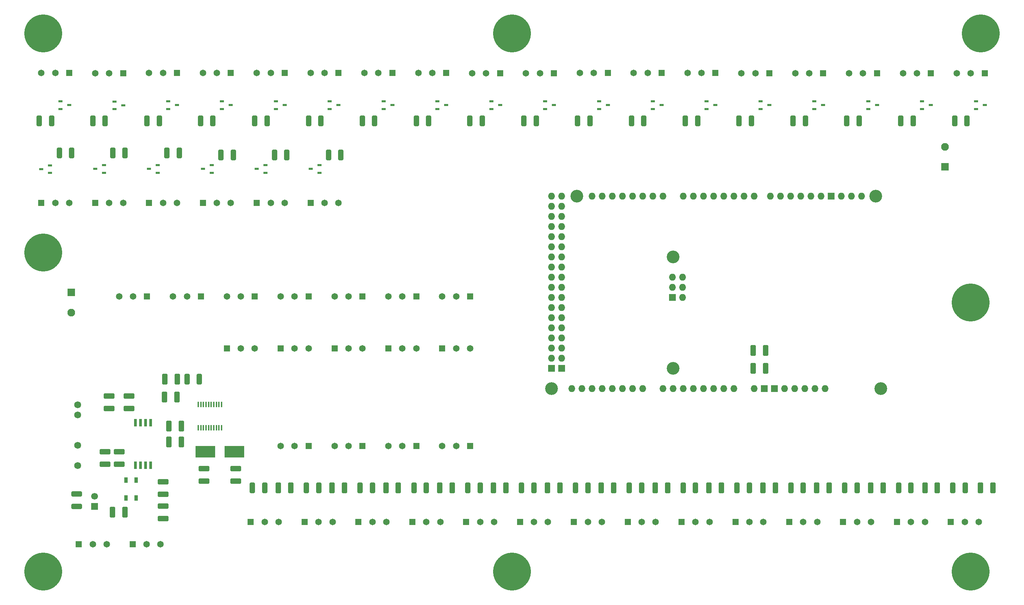
<source format=gbr>
%TF.GenerationSoftware,KiCad,Pcbnew,9.0.1*%
%TF.CreationDate,2025-04-13T16:26:26-07:00*%
%TF.ProjectId,HMI,484d492e-6b69-4636-9164-5f7063625858,rev?*%
%TF.SameCoordinates,Original*%
%TF.FileFunction,Soldermask,Top*%
%TF.FilePolarity,Negative*%
%FSLAX46Y46*%
G04 Gerber Fmt 4.6, Leading zero omitted, Abs format (unit mm)*
G04 Created by KiCad (PCBNEW 9.0.1) date 2025-04-13 16:26:26*
%MOMM*%
%LPD*%
G01*
G04 APERTURE LIST*
G04 Aperture macros list*
%AMRoundRect*
0 Rectangle with rounded corners*
0 $1 Rounding radius*
0 $2 $3 $4 $5 $6 $7 $8 $9 X,Y pos of 4 corners*
0 Add a 4 corners polygon primitive as box body*
4,1,4,$2,$3,$4,$5,$6,$7,$8,$9,$2,$3,0*
0 Add four circle primitives for the rounded corners*
1,1,$1+$1,$2,$3*
1,1,$1+$1,$4,$5*
1,1,$1+$1,$6,$7*
1,1,$1+$1,$8,$9*
0 Add four rect primitives between the rounded corners*
20,1,$1+$1,$2,$3,$4,$5,0*
20,1,$1+$1,$4,$5,$6,$7,0*
20,1,$1+$1,$6,$7,$8,$9,0*
20,1,$1+$1,$8,$9,$2,$3,0*%
G04 Aperture macros list end*
%ADD10R,0.650000X1.850000*%
%ADD11C,1.650000*%
%ADD12R,1.650000X1.650000*%
%ADD13R,1.050000X0.600000*%
%ADD14R,4.900000X3.000000*%
%ADD15RoundRect,0.250000X1.075000X-0.400000X1.075000X0.400000X-1.075000X0.400000X-1.075000X-0.400000X0*%
%ADD16RoundRect,0.250000X0.400000X1.075000X-0.400000X1.075000X-0.400000X-1.075000X0.400000X-1.075000X0*%
%ADD17RoundRect,0.250000X-0.400000X-1.075000X0.400000X-1.075000X0.400000X1.075000X-0.400000X1.075000X0*%
%ADD18C,1.725000*%
%ADD19R,1.700000X1.700000*%
%ADD20C,1.700000*%
%ADD21R,1.950000X1.950000*%
%ADD22C,1.950000*%
%ADD23R,0.450000X1.475000*%
%ADD24C,9.500000*%
%ADD25R,0.900000X1.350000*%
%ADD26RoundRect,0.250000X1.100000X-0.412500X1.100000X0.412500X-1.100000X0.412500X-1.100000X-0.412500X0*%
%ADD27RoundRect,0.250000X0.412500X1.100000X-0.412500X1.100000X-0.412500X-1.100000X0.412500X-1.100000X0*%
%ADD28RoundRect,0.250000X-1.100000X0.412500X-1.100000X-0.412500X1.100000X-0.412500X1.100000X0.412500X0*%
%ADD29RoundRect,0.250000X-0.412500X-1.100000X0.412500X-1.100000X0.412500X1.100000X-0.412500X1.100000X0*%
%ADD30C,3.200000*%
%ADD31O,1.727200X1.727200*%
%ADD32R,1.727200X1.727200*%
G04 APERTURE END LIST*
D10*
%TO.C,IC1*%
X59405000Y-140825000D03*
X58135000Y-140825000D03*
X56865000Y-140825000D03*
X55595000Y-140825000D03*
X55595000Y-130175000D03*
X56865000Y-130175000D03*
X58135000Y-130175000D03*
X59405000Y-130175000D03*
%TD*%
D11*
%TO.C,J7*%
X207500000Y-42500000D03*
X211000000Y-42500000D03*
D12*
X214500000Y-42500000D03*
%TD*%
D11*
%TO.C,J17*%
X72500000Y-42450000D03*
X76000000Y-42450000D03*
D12*
X79500000Y-42450000D03*
%TD*%
D11*
%TO.C,J9*%
X180500000Y-42450000D03*
X184000000Y-42450000D03*
D12*
X187500000Y-42450000D03*
%TD*%
D11*
%TO.C,J16*%
X86000000Y-42450000D03*
X89500000Y-42450000D03*
D12*
X93000000Y-42450000D03*
%TD*%
D11*
%TO.C,J21*%
X39000000Y-75000000D03*
X35500000Y-75000000D03*
D12*
X32000000Y-75000000D03*
%TD*%
D11*
%TO.C,J6*%
X221000000Y-42500000D03*
X224500000Y-42500000D03*
D12*
X228000000Y-42500000D03*
%TD*%
D11*
%TO.C,J25*%
X93000000Y-75000000D03*
X89500000Y-75000000D03*
D12*
X86000000Y-75000000D03*
%TD*%
D13*
%TO.C,Q2*%
X255000000Y-50500000D03*
X252800000Y-51450000D03*
X252800000Y-49550000D03*
%TD*%
D11*
%TO.C,J3*%
X261500000Y-42500000D03*
X265000000Y-42500000D03*
D12*
X268500000Y-42500000D03*
%TD*%
D13*
%TO.C,Q17*%
X52500000Y-50550000D03*
X50300000Y-51500000D03*
X50300000Y-49600000D03*
%TD*%
%TO.C,Q18*%
X39000000Y-50500000D03*
X36800000Y-51450000D03*
X36800000Y-49550000D03*
%TD*%
D11*
%TO.C,J5*%
X234500000Y-42500000D03*
X238000000Y-42500000D03*
D12*
X241500000Y-42500000D03*
%TD*%
D11*
%TO.C,J13*%
X126500000Y-42450000D03*
X130000000Y-42450000D03*
D12*
X133500000Y-42450000D03*
%TD*%
D13*
%TO.C,Q1*%
X268500000Y-50500000D03*
X266300000Y-51450000D03*
X266300000Y-49550000D03*
%TD*%
D11*
%TO.C,J24*%
X79500000Y-75050000D03*
X76000000Y-75050000D03*
D12*
X72500000Y-75050000D03*
%TD*%
D11*
%TO.C,J14*%
X113000000Y-42450000D03*
X116500000Y-42450000D03*
D12*
X120000000Y-42450000D03*
%TD*%
D13*
%TO.C,Q24*%
X99500000Y-66500000D03*
X101700000Y-65550000D03*
X101700000Y-67450000D03*
%TD*%
%TO.C,Q22*%
X72500000Y-66500000D03*
X74700000Y-65550000D03*
X74700000Y-67450000D03*
%TD*%
%TO.C,Q23*%
X86000000Y-66500000D03*
X88200000Y-65550000D03*
X88200000Y-67450000D03*
%TD*%
%TO.C,Q13*%
X106500000Y-50500000D03*
X104300000Y-51450000D03*
X104300000Y-49550000D03*
%TD*%
%TO.C,Q14*%
X93000000Y-50500000D03*
X90800000Y-51450000D03*
X90800000Y-49550000D03*
%TD*%
%TO.C,Q7*%
X187500000Y-50500000D03*
X185300000Y-51450000D03*
X185300000Y-49550000D03*
%TD*%
D11*
%TO.C,J10*%
X167000000Y-42450000D03*
X170500000Y-42450000D03*
D12*
X174000000Y-42450000D03*
%TD*%
D11*
%TO.C,J20*%
X32000000Y-42450000D03*
X35500000Y-42450000D03*
D12*
X39000000Y-42450000D03*
%TD*%
D11*
%TO.C,J18*%
X59000000Y-42450000D03*
X62500000Y-42450000D03*
D12*
X66000000Y-42450000D03*
%TD*%
D13*
%TO.C,Q19*%
X32000000Y-66550000D03*
X34200000Y-65600000D03*
X34200000Y-67500000D03*
%TD*%
%TO.C,Q20*%
X45500000Y-66500000D03*
X47700000Y-65550000D03*
X47700000Y-67450000D03*
%TD*%
%TO.C,Q21*%
X59000000Y-66500000D03*
X61200000Y-65550000D03*
X61200000Y-67450000D03*
%TD*%
%TO.C,Q15*%
X79500000Y-50500000D03*
X77300000Y-51450000D03*
X77300000Y-49550000D03*
%TD*%
%TO.C,Q16*%
X66000000Y-50500000D03*
X63800000Y-51450000D03*
X63800000Y-49550000D03*
%TD*%
%TO.C,Q3*%
X241500000Y-50500000D03*
X239300000Y-51450000D03*
X239300000Y-49550000D03*
%TD*%
%TO.C,Q4*%
X228000000Y-50500000D03*
X225800000Y-51450000D03*
X225800000Y-49550000D03*
%TD*%
D11*
%TO.C,J4*%
X248000000Y-42500000D03*
X251500000Y-42500000D03*
D12*
X255000000Y-42500000D03*
%TD*%
D11*
%TO.C,J15*%
X99500000Y-42450000D03*
X103000000Y-42450000D03*
D12*
X106500000Y-42450000D03*
%TD*%
D11*
%TO.C,J11*%
X153500000Y-42500000D03*
X157000000Y-42500000D03*
D12*
X160500000Y-42500000D03*
%TD*%
D11*
%TO.C,J23*%
X66000000Y-75000000D03*
X62500000Y-75000000D03*
D12*
X59000000Y-75000000D03*
%TD*%
D11*
%TO.C,J22*%
X52500000Y-75000000D03*
X49000000Y-75000000D03*
D12*
X45500000Y-75000000D03*
%TD*%
D13*
%TO.C,Q5*%
X214500000Y-50500000D03*
X212300000Y-51450000D03*
X212300000Y-49550000D03*
%TD*%
%TO.C,Q6*%
X201000000Y-50500000D03*
X198800000Y-51450000D03*
X198800000Y-49550000D03*
%TD*%
D11*
%TO.C,J12*%
X140000000Y-42500000D03*
X143500000Y-42500000D03*
D12*
X147000000Y-42500000D03*
%TD*%
D13*
%TO.C,Q12*%
X120000000Y-50500000D03*
X117800000Y-51450000D03*
X117800000Y-49550000D03*
%TD*%
D11*
%TO.C,J26*%
X106500000Y-75000000D03*
X103000000Y-75000000D03*
D12*
X99500000Y-75000000D03*
%TD*%
D13*
%TO.C,Q8*%
X174000000Y-50500000D03*
X171800000Y-51450000D03*
X171800000Y-49550000D03*
%TD*%
%TO.C,Q9*%
X160500000Y-50500000D03*
X158300000Y-51450000D03*
X158300000Y-49550000D03*
%TD*%
D11*
%TO.C,J19*%
X45500000Y-42500000D03*
X49000000Y-42500000D03*
D12*
X52500000Y-42500000D03*
%TD*%
D11*
%TO.C,J8*%
X194000000Y-42450000D03*
X197500000Y-42450000D03*
D12*
X201000000Y-42450000D03*
%TD*%
D13*
%TO.C,Q10*%
X147000000Y-50500000D03*
X144800000Y-51450000D03*
X144800000Y-49550000D03*
%TD*%
%TO.C,Q11*%
X133500000Y-50500000D03*
X131300000Y-51450000D03*
X131300000Y-49550000D03*
%TD*%
D14*
%TO.C,Y1*%
X73100000Y-137385000D03*
X80400000Y-137385000D03*
%TD*%
D15*
%TO.C,R60*%
X40885000Y-151135000D03*
X40885000Y-148035000D03*
%TD*%
D16*
%TO.C,R59*%
X71612500Y-119250000D03*
X68512500Y-119250000D03*
%TD*%
D17*
%TO.C,R38*%
X84900000Y-146500000D03*
X88000000Y-146500000D03*
%TD*%
%TO.C,R37*%
X98450000Y-146500000D03*
X101550000Y-146500000D03*
%TD*%
%TO.C,R36*%
X111900000Y-146500000D03*
X115000000Y-146500000D03*
%TD*%
%TO.C,R35*%
X125400000Y-146500000D03*
X128500000Y-146500000D03*
%TD*%
%TO.C,R34*%
X138900000Y-146500000D03*
X142000000Y-146500000D03*
%TD*%
%TO.C,R33*%
X152400000Y-146500000D03*
X155500000Y-146500000D03*
%TD*%
%TO.C,R32*%
X165900000Y-146500000D03*
X169000000Y-146500000D03*
%TD*%
%TO.C,R31*%
X179400000Y-146500000D03*
X182500000Y-146500000D03*
%TD*%
%TO.C,R30*%
X192900000Y-146500000D03*
X196000000Y-146500000D03*
%TD*%
%TO.C,R29*%
X206400000Y-146500000D03*
X209500000Y-146500000D03*
%TD*%
%TO.C,R28*%
X219900000Y-146500000D03*
X223000000Y-146500000D03*
%TD*%
%TO.C,R27*%
X233400000Y-146500000D03*
X236500000Y-146500000D03*
%TD*%
%TO.C,R26*%
X246900000Y-146500000D03*
X250000000Y-146500000D03*
%TD*%
%TO.C,R25*%
X260500000Y-146500000D03*
X263600000Y-146500000D03*
%TD*%
D16*
%TO.C,R24*%
X107100000Y-63000000D03*
X104000000Y-63000000D03*
%TD*%
%TO.C,R23*%
X93550000Y-63000000D03*
X90450000Y-63000000D03*
%TD*%
%TO.C,R22*%
X80100000Y-63000000D03*
X77000000Y-63000000D03*
%TD*%
%TO.C,R21*%
X66600000Y-62500000D03*
X63500000Y-62500000D03*
%TD*%
%TO.C,R20*%
X53000000Y-62500000D03*
X49900000Y-62500000D03*
%TD*%
%TO.C,R19*%
X39600000Y-62500000D03*
X36500000Y-62500000D03*
%TD*%
D17*
%TO.C,R18*%
X31500000Y-54450000D03*
X34600000Y-54450000D03*
%TD*%
%TO.C,R17*%
X44900000Y-54450000D03*
X48000000Y-54450000D03*
%TD*%
%TO.C,R16*%
X58500000Y-54450000D03*
X61600000Y-54450000D03*
%TD*%
%TO.C,R15*%
X71900000Y-54450000D03*
X75000000Y-54450000D03*
%TD*%
%TO.C,R14*%
X85500000Y-54450000D03*
X88600000Y-54450000D03*
%TD*%
%TO.C,R13*%
X99000000Y-54450000D03*
X102100000Y-54450000D03*
%TD*%
%TO.C,R12*%
X112450000Y-54450000D03*
X115550000Y-54450000D03*
%TD*%
%TO.C,R11*%
X126000000Y-54450000D03*
X129100000Y-54450000D03*
%TD*%
%TO.C,R10*%
X139450000Y-54450000D03*
X142550000Y-54450000D03*
%TD*%
%TO.C,R9*%
X152950000Y-54450000D03*
X156050000Y-54450000D03*
%TD*%
%TO.C,R8*%
X166450000Y-54450000D03*
X169550000Y-54450000D03*
%TD*%
%TO.C,R7*%
X179950000Y-54450000D03*
X183050000Y-54450000D03*
%TD*%
%TO.C,R6*%
X193450000Y-54450000D03*
X196550000Y-54450000D03*
%TD*%
%TO.C,R5*%
X206900000Y-54450000D03*
X210000000Y-54450000D03*
%TD*%
%TO.C,R4*%
X220450000Y-54450000D03*
X223550000Y-54450000D03*
%TD*%
%TO.C,R3*%
X233900000Y-54450000D03*
X237000000Y-54450000D03*
%TD*%
%TO.C,R2*%
X247450000Y-54450000D03*
X250550000Y-54450000D03*
%TD*%
%TO.C,R1*%
X260950000Y-54450000D03*
X264050000Y-54450000D03*
%TD*%
D18*
%TO.C,PS1*%
X41115000Y-125675000D03*
X41115000Y-128215000D03*
X41115000Y-135835000D03*
X41115000Y-140915000D03*
%TD*%
D19*
%TO.C,JP1*%
X45385000Y-151125000D03*
D20*
X45385000Y-148585000D03*
%TD*%
D12*
%TO.C,J58*%
X54885000Y-160585000D03*
D11*
X58385000Y-160585000D03*
X61885000Y-160585000D03*
%TD*%
D12*
%TO.C,J57*%
X41385000Y-160585000D03*
D11*
X44885000Y-160585000D03*
X48385000Y-160585000D03*
%TD*%
D12*
%TO.C,J56*%
X99000000Y-136000000D03*
D11*
X95500000Y-136000000D03*
X92000000Y-136000000D03*
%TD*%
D12*
%TO.C,J55*%
X112500000Y-136000000D03*
D11*
X109000000Y-136000000D03*
X105500000Y-136000000D03*
%TD*%
D12*
%TO.C,J54*%
X126000000Y-135950000D03*
D11*
X122500000Y-135950000D03*
X119000000Y-135950000D03*
%TD*%
D12*
%TO.C,J53*%
X139500000Y-136000000D03*
D11*
X136000000Y-136000000D03*
X132500000Y-136000000D03*
%TD*%
D12*
%TO.C,J52*%
X132500000Y-111500000D03*
D11*
X136000000Y-111500000D03*
X139500000Y-111500000D03*
%TD*%
D12*
%TO.C,J51*%
X119000000Y-111500000D03*
D11*
X122500000Y-111500000D03*
X126000000Y-111500000D03*
%TD*%
D12*
%TO.C,J50*%
X105500000Y-111500000D03*
D11*
X109000000Y-111500000D03*
X112500000Y-111500000D03*
%TD*%
D12*
%TO.C,J49*%
X92000000Y-111500000D03*
D11*
X95500000Y-111500000D03*
X99000000Y-111500000D03*
%TD*%
D12*
%TO.C,J48*%
X78500000Y-111500000D03*
D11*
X82000000Y-111500000D03*
X85500000Y-111500000D03*
%TD*%
D12*
%TO.C,J47*%
X85500000Y-98450000D03*
D11*
X82000000Y-98450000D03*
X78500000Y-98450000D03*
%TD*%
D12*
%TO.C,J46*%
X99000000Y-98450000D03*
D11*
X95500000Y-98450000D03*
X92000000Y-98450000D03*
%TD*%
D12*
%TO.C,J45*%
X112500000Y-98450000D03*
D11*
X109000000Y-98450000D03*
X105500000Y-98450000D03*
%TD*%
D12*
%TO.C,J44*%
X126000000Y-98450000D03*
D11*
X122500000Y-98450000D03*
X119000000Y-98450000D03*
%TD*%
D12*
%TO.C,J43*%
X139500000Y-98450000D03*
D11*
X136000000Y-98450000D03*
X132500000Y-98450000D03*
%TD*%
D12*
%TO.C,J42*%
X72000000Y-98500000D03*
D11*
X68500000Y-98500000D03*
X65000000Y-98500000D03*
%TD*%
D12*
%TO.C,J41*%
X58500000Y-98500000D03*
D11*
X55000000Y-98500000D03*
X51500000Y-98500000D03*
%TD*%
D12*
%TO.C,J40*%
X84500000Y-155000000D03*
D11*
X88000000Y-155000000D03*
X91500000Y-155000000D03*
%TD*%
D12*
%TO.C,J39*%
X98000000Y-155000000D03*
D11*
X101500000Y-155000000D03*
X105000000Y-155000000D03*
%TD*%
D12*
%TO.C,J38*%
X111500000Y-155050000D03*
D11*
X115000000Y-155050000D03*
X118500000Y-155050000D03*
%TD*%
D12*
%TO.C,J37*%
X125000000Y-155050000D03*
D11*
X128500000Y-155050000D03*
X132000000Y-155050000D03*
%TD*%
D12*
%TO.C,J36*%
X138500000Y-155050000D03*
D11*
X142000000Y-155050000D03*
X145500000Y-155050000D03*
%TD*%
D12*
%TO.C,J35*%
X152000000Y-155050000D03*
D11*
X155500000Y-155050000D03*
X159000000Y-155050000D03*
%TD*%
D12*
%TO.C,J34*%
X165500000Y-155000000D03*
D11*
X169000000Y-155000000D03*
X172500000Y-155000000D03*
%TD*%
D12*
%TO.C,J33*%
X179000000Y-155000000D03*
D11*
X182500000Y-155000000D03*
X186000000Y-155000000D03*
%TD*%
D12*
%TO.C,J32*%
X192500000Y-155000000D03*
D11*
X196000000Y-155000000D03*
X199500000Y-155000000D03*
%TD*%
D12*
%TO.C,J31*%
X206000000Y-155050000D03*
D11*
X209500000Y-155050000D03*
X213000000Y-155050000D03*
%TD*%
D12*
%TO.C,J30*%
X219500000Y-155000000D03*
D11*
X223000000Y-155000000D03*
X226500000Y-155000000D03*
%TD*%
D12*
%TO.C,J29*%
X233000000Y-155000000D03*
D11*
X236500000Y-155000000D03*
X240000000Y-155000000D03*
%TD*%
D12*
%TO.C,J28*%
X246500000Y-155000000D03*
D11*
X250000000Y-155000000D03*
X253500000Y-155000000D03*
%TD*%
D12*
%TO.C,J27*%
X260000000Y-155000000D03*
D11*
X263500000Y-155000000D03*
X267000000Y-155000000D03*
%TD*%
D21*
%TO.C,J2*%
X258500000Y-66000000D03*
D22*
X258500000Y-61000000D03*
%TD*%
D21*
%TO.C,J1*%
X39500000Y-97500000D03*
D22*
X39500000Y-102500000D03*
%TD*%
D23*
%TO.C,IC6*%
X71325000Y-131438000D03*
X71975000Y-131438000D03*
X72625000Y-131438000D03*
X73275000Y-131438000D03*
X73925000Y-131438000D03*
X74575000Y-131438000D03*
X75225000Y-131438000D03*
X75875000Y-131438000D03*
X76525000Y-131438000D03*
X77175000Y-131438000D03*
X77175000Y-125562000D03*
X76525000Y-125562000D03*
X75875000Y-125562000D03*
X75225000Y-125562000D03*
X74575000Y-125562000D03*
X73925000Y-125562000D03*
X73275000Y-125562000D03*
X72625000Y-125562000D03*
X71975000Y-125562000D03*
X71325000Y-125562000D03*
%TD*%
D24*
%TO.C,H8*%
X150000000Y-32500000D03*
%TD*%
%TO.C,H7*%
X32500000Y-87500000D03*
%TD*%
%TO.C,H6*%
X265000000Y-167500000D03*
%TD*%
%TO.C,H5*%
X32500000Y-32500000D03*
%TD*%
%TO.C,H4*%
X267500000Y-32500000D03*
%TD*%
%TO.C,H3*%
X265000000Y-100000000D03*
%TD*%
%TO.C,H2*%
X32500000Y-167500000D03*
%TD*%
%TO.C,H1*%
X150000000Y-167500000D03*
%TD*%
D25*
%TO.C,FL1*%
X55750000Y-144500000D03*
X53250000Y-144500000D03*
X53250000Y-149050000D03*
X55750000Y-149050000D03*
%TD*%
D26*
%TO.C,C95*%
X62500000Y-148085000D03*
X62500000Y-144960000D03*
%TD*%
D27*
%TO.C,C94*%
X52947500Y-152585000D03*
X49822500Y-152585000D03*
%TD*%
D26*
%TO.C,C93*%
X62500000Y-154147500D03*
X62500000Y-151022500D03*
%TD*%
D28*
%TO.C,C92*%
X51500000Y-137437500D03*
X51500000Y-140562500D03*
%TD*%
D26*
%TO.C,C91*%
X48000000Y-140562500D03*
X48000000Y-137437500D03*
%TD*%
D27*
%TO.C,C90*%
X67062500Y-135000000D03*
X63937500Y-135000000D03*
%TD*%
D29*
%TO.C,C89*%
X63937500Y-131000000D03*
X67062500Y-131000000D03*
%TD*%
D26*
%TO.C,C86*%
X54000000Y-126562500D03*
X54000000Y-123437500D03*
%TD*%
%TO.C,C85*%
X49000000Y-126562500D03*
X49000000Y-123437500D03*
%TD*%
D28*
%TO.C,C68*%
X72750000Y-141625000D03*
X72750000Y-144750000D03*
%TD*%
%TO.C,C67*%
X80750000Y-141687500D03*
X80750000Y-144812500D03*
%TD*%
D27*
%TO.C,C66*%
X66062500Y-119250000D03*
X62937500Y-119250000D03*
%TD*%
%TO.C,C65*%
X66000000Y-123750000D03*
X62875000Y-123750000D03*
%TD*%
D29*
%TO.C,C16*%
X91375000Y-146500000D03*
X94500000Y-146500000D03*
%TD*%
%TO.C,C15*%
X104875000Y-146500000D03*
X108000000Y-146500000D03*
%TD*%
%TO.C,C14*%
X118375000Y-146500000D03*
X121500000Y-146500000D03*
%TD*%
%TO.C,C13*%
X131875000Y-146500000D03*
X135000000Y-146500000D03*
%TD*%
%TO.C,C12*%
X145375000Y-146500000D03*
X148500000Y-146500000D03*
%TD*%
%TO.C,C11*%
X158875000Y-146500000D03*
X162000000Y-146500000D03*
%TD*%
%TO.C,C10*%
X172375000Y-146500000D03*
X175500000Y-146500000D03*
%TD*%
%TO.C,C9*%
X185875000Y-146500000D03*
X189000000Y-146500000D03*
%TD*%
%TO.C,C8*%
X199375000Y-146500000D03*
X202500000Y-146500000D03*
%TD*%
%TO.C,C7*%
X212875000Y-146500000D03*
X216000000Y-146500000D03*
%TD*%
%TO.C,C6*%
X226375000Y-146500000D03*
X229500000Y-146500000D03*
%TD*%
%TO.C,C5*%
X239875000Y-146500000D03*
X243000000Y-146500000D03*
%TD*%
%TO.C,C4*%
X253500000Y-146500000D03*
X256625000Y-146500000D03*
%TD*%
%TO.C,C3*%
X267437500Y-146500000D03*
X270562500Y-146500000D03*
%TD*%
%TO.C,C2*%
X210437500Y-112000000D03*
X213562500Y-112000000D03*
%TD*%
%TO.C,C1*%
X210437500Y-116500000D03*
X213562500Y-116500000D03*
%TD*%
D30*
%TO.C,A2*%
X242406000Y-121630000D03*
X190336000Y-116550000D03*
X241136000Y-73370000D03*
X159856000Y-121630000D03*
X190336000Y-88610000D03*
X166206000Y-73370000D03*
D31*
X228436000Y-121630000D03*
X220816000Y-121630000D03*
X218276000Y-121630000D03*
X190209000Y-93690000D03*
X162396000Y-73370000D03*
X159856000Y-73370000D03*
X205576000Y-121630000D03*
X203036000Y-121630000D03*
X200496000Y-121630000D03*
X197956000Y-121630000D03*
X195416000Y-121630000D03*
X192876000Y-121630000D03*
X190336000Y-121630000D03*
X187796000Y-121630000D03*
X182716000Y-121630000D03*
X180176000Y-121630000D03*
X177636000Y-121630000D03*
X175096000Y-121630000D03*
X172556000Y-121630000D03*
X170016000Y-121630000D03*
X167476000Y-121630000D03*
X164936000Y-121630000D03*
X232500000Y-73370000D03*
X192876000Y-73370000D03*
X195416000Y-73370000D03*
X197956000Y-73370000D03*
X200496000Y-73370000D03*
X203036000Y-73370000D03*
X205576000Y-73370000D03*
X208116000Y-73370000D03*
X210656000Y-73370000D03*
X214720000Y-73370000D03*
X217260000Y-73370000D03*
X219800000Y-73370000D03*
X222340000Y-73370000D03*
X224880000Y-73370000D03*
X227420000Y-73370000D03*
X187796000Y-73370000D03*
X185256000Y-73370000D03*
X182716000Y-73370000D03*
X180176000Y-73370000D03*
X177636000Y-73370000D03*
X175096000Y-73370000D03*
X172556000Y-73370000D03*
X170016000Y-73370000D03*
X162396000Y-75910000D03*
X159856000Y-75910000D03*
X162396000Y-78450000D03*
X159856000Y-78450000D03*
X162396000Y-80990000D03*
X159856000Y-80990000D03*
X162396000Y-83530000D03*
X159856000Y-83530000D03*
X162396000Y-86070000D03*
X159856000Y-86070000D03*
X162396000Y-88610000D03*
X159856000Y-88610000D03*
X162396000Y-91150000D03*
X159856000Y-91150000D03*
X162396000Y-93690000D03*
X159856000Y-93690000D03*
X162396000Y-96230000D03*
X159856000Y-96230000D03*
X162396000Y-98770000D03*
X159856000Y-98770000D03*
X162396000Y-101310000D03*
X159856000Y-101310000D03*
X162396000Y-103850000D03*
X159856000Y-103850000D03*
X162396000Y-106390000D03*
X159856000Y-106390000D03*
X162396000Y-108930000D03*
X159856000Y-108930000D03*
X162396000Y-111470000D03*
X159856000Y-111470000D03*
X162396000Y-114010000D03*
X159856000Y-114010000D03*
D32*
X229960000Y-73370000D03*
X215736000Y-121630000D03*
X213196000Y-121630000D03*
X190209000Y-98770000D03*
X162396000Y-116550000D03*
X159856000Y-116550000D03*
D31*
X225896000Y-121630000D03*
X192749000Y-93690000D03*
X190209000Y-96230000D03*
X223356000Y-121630000D03*
X192749000Y-98770000D03*
X192749000Y-96230000D03*
X237580000Y-73370000D03*
X235040000Y-73370000D03*
X210656000Y-121630000D03*
%TD*%
M02*

</source>
